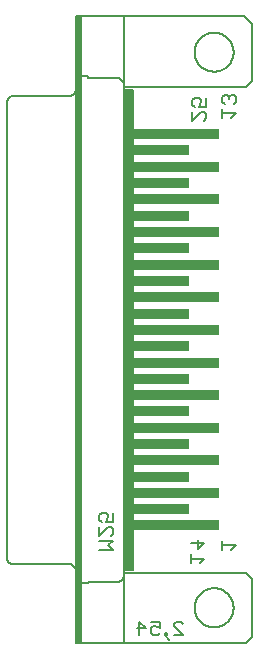
<source format=gbr>
G04 EAGLE Gerber RS-274X export*
G75*
%MOMM*%
%FSLAX34Y34*%
%LPD*%
%INSilkscreen Bottom*%
%IPPOS*%
%AMOC8*
5,1,8,0,0,1.08239X$1,22.5*%
G01*
%ADD10C,0.152400*%
%ADD11C,0.127000*%
%ADD12R,0.508000X53.086000*%
%ADD13R,0.762000X40.640000*%
%ADD14R,7.239000X0.812800*%
%ADD15R,4.699000X0.812800*%


D10*
X-55880Y929640D02*
X-55880Y927100D01*
X-55880Y929640D02*
X-55878Y929780D01*
X-55872Y929920D01*
X-55863Y930060D01*
X-55849Y930199D01*
X-55832Y930338D01*
X-55811Y930476D01*
X-55786Y930614D01*
X-55757Y930751D01*
X-55725Y930887D01*
X-55688Y931022D01*
X-55648Y931156D01*
X-55605Y931289D01*
X-55557Y931421D01*
X-55507Y931552D01*
X-55452Y931681D01*
X-55394Y931808D01*
X-55333Y931934D01*
X-55268Y932058D01*
X-55199Y932180D01*
X-55128Y932300D01*
X-55053Y932418D01*
X-54975Y932535D01*
X-54893Y932649D01*
X-54809Y932760D01*
X-54721Y932869D01*
X-54631Y932976D01*
X-54537Y933081D01*
X-54441Y933182D01*
X-54342Y933281D01*
X-54241Y933377D01*
X-54136Y933471D01*
X-54029Y933561D01*
X-53920Y933649D01*
X-53809Y933733D01*
X-53695Y933815D01*
X-53578Y933893D01*
X-53460Y933968D01*
X-53340Y934039D01*
X-53218Y934108D01*
X-53094Y934173D01*
X-52968Y934234D01*
X-52841Y934292D01*
X-52712Y934347D01*
X-52581Y934397D01*
X-52449Y934445D01*
X-52316Y934488D01*
X-52182Y934528D01*
X-52047Y934565D01*
X-51911Y934597D01*
X-51774Y934626D01*
X-51636Y934651D01*
X-51498Y934672D01*
X-51359Y934689D01*
X-51220Y934703D01*
X-51080Y934712D01*
X-50940Y934718D01*
X-50800Y934720D01*
X-55880Y543560D02*
X-55878Y543420D01*
X-55872Y543280D01*
X-55863Y543140D01*
X-55849Y543001D01*
X-55832Y542862D01*
X-55811Y542724D01*
X-55786Y542586D01*
X-55757Y542449D01*
X-55725Y542313D01*
X-55688Y542178D01*
X-55648Y542044D01*
X-55605Y541911D01*
X-55557Y541779D01*
X-55507Y541648D01*
X-55452Y541519D01*
X-55394Y541392D01*
X-55333Y541266D01*
X-55268Y541142D01*
X-55199Y541020D01*
X-55128Y540900D01*
X-55053Y540782D01*
X-54975Y540665D01*
X-54893Y540551D01*
X-54809Y540440D01*
X-54721Y540331D01*
X-54631Y540224D01*
X-54537Y540119D01*
X-54441Y540018D01*
X-54342Y539919D01*
X-54241Y539823D01*
X-54136Y539729D01*
X-54029Y539639D01*
X-53920Y539551D01*
X-53809Y539467D01*
X-53695Y539385D01*
X-53578Y539307D01*
X-53460Y539232D01*
X-53340Y539161D01*
X-53218Y539092D01*
X-53094Y539027D01*
X-52968Y538966D01*
X-52841Y538908D01*
X-52712Y538853D01*
X-52581Y538803D01*
X-52449Y538755D01*
X-52316Y538712D01*
X-52182Y538672D01*
X-52047Y538635D01*
X-51911Y538603D01*
X-51774Y538574D01*
X-51636Y538549D01*
X-51498Y538528D01*
X-51359Y538511D01*
X-51220Y538497D01*
X-51080Y538488D01*
X-50940Y538482D01*
X-50800Y538480D01*
X2540Y542290D02*
X2540Y930910D01*
X43180Y951230D02*
X43180Y1002030D01*
X12700Y1002030D01*
X43180Y1002030D02*
X44450Y1002030D01*
X12700Y1002030D02*
X7620Y1002030D01*
X2540Y1002030D01*
X2540Y471170D02*
X7620Y471170D01*
X12700Y471170D01*
X43180Y471170D01*
X44450Y471170D01*
X12700Y951230D02*
X7620Y951230D01*
X12700Y951230D02*
X12700Y949960D01*
X36830Y949960D02*
X36988Y949958D01*
X37147Y949952D01*
X37305Y949942D01*
X37462Y949928D01*
X37620Y949911D01*
X37776Y949889D01*
X37933Y949864D01*
X38088Y949834D01*
X38243Y949801D01*
X38397Y949764D01*
X38550Y949723D01*
X38702Y949678D01*
X38852Y949629D01*
X39002Y949577D01*
X39150Y949521D01*
X39297Y949461D01*
X39442Y949398D01*
X39585Y949331D01*
X39727Y949261D01*
X39867Y949187D01*
X40005Y949109D01*
X40141Y949028D01*
X40275Y948944D01*
X40407Y948857D01*
X40537Y948766D01*
X40664Y948672D01*
X40789Y948575D01*
X40912Y948474D01*
X41032Y948371D01*
X41149Y948265D01*
X41264Y948156D01*
X41376Y948044D01*
X41485Y947929D01*
X41591Y947812D01*
X41694Y947692D01*
X41795Y947569D01*
X41892Y947444D01*
X41986Y947317D01*
X42077Y947187D01*
X42164Y947055D01*
X42248Y946921D01*
X42329Y946785D01*
X42407Y946647D01*
X42481Y946507D01*
X42551Y946365D01*
X42618Y946222D01*
X42681Y946077D01*
X42741Y945930D01*
X42797Y945782D01*
X42849Y945632D01*
X42898Y945482D01*
X42943Y945330D01*
X42984Y945177D01*
X43021Y945023D01*
X43054Y944868D01*
X43084Y944713D01*
X43109Y944556D01*
X43131Y944400D01*
X43148Y944242D01*
X43162Y944085D01*
X43172Y943927D01*
X43178Y943768D01*
X43180Y943610D01*
X43180Y942340D02*
X43180Y951230D01*
X43180Y942340D02*
X43180Y939800D01*
X36830Y949960D02*
X12700Y949960D01*
X43180Y939800D02*
X50800Y939800D01*
X43180Y939800D02*
X43180Y533400D01*
X50800Y533400D02*
X50800Y939800D01*
X50800Y533400D02*
X43180Y533400D01*
X43180Y530860D01*
X43180Y521970D01*
X12700Y521970D02*
X7620Y521970D01*
X12700Y523240D02*
X36830Y523240D01*
X12700Y523240D02*
X12700Y521970D01*
X36830Y523240D02*
X36988Y523242D01*
X37147Y523248D01*
X37305Y523258D01*
X37462Y523272D01*
X37620Y523289D01*
X37776Y523311D01*
X37933Y523336D01*
X38088Y523366D01*
X38243Y523399D01*
X38397Y523436D01*
X38550Y523477D01*
X38702Y523522D01*
X38852Y523571D01*
X39002Y523623D01*
X39150Y523679D01*
X39297Y523739D01*
X39442Y523802D01*
X39585Y523869D01*
X39727Y523939D01*
X39867Y524013D01*
X40005Y524091D01*
X40141Y524172D01*
X40275Y524256D01*
X40407Y524343D01*
X40537Y524434D01*
X40664Y524528D01*
X40789Y524625D01*
X40912Y524726D01*
X41032Y524829D01*
X41149Y524935D01*
X41264Y525044D01*
X41376Y525156D01*
X41485Y525271D01*
X41591Y525388D01*
X41694Y525508D01*
X41795Y525631D01*
X41892Y525756D01*
X41986Y525883D01*
X42077Y526013D01*
X42164Y526145D01*
X42248Y526279D01*
X42329Y526415D01*
X42407Y526553D01*
X42481Y526693D01*
X42551Y526835D01*
X42618Y526978D01*
X42681Y527123D01*
X42741Y527270D01*
X42797Y527418D01*
X42849Y527568D01*
X42898Y527718D01*
X42943Y527870D01*
X42984Y528023D01*
X43021Y528177D01*
X43054Y528332D01*
X43084Y528487D01*
X43109Y528644D01*
X43131Y528800D01*
X43148Y528958D01*
X43162Y529115D01*
X43172Y529273D01*
X43178Y529432D01*
X43180Y529590D01*
X151130Y995680D02*
X144780Y1002030D01*
X44450Y1002030D01*
X151130Y995680D02*
X151130Y947420D01*
X146050Y942340D01*
X43180Y942340D01*
X43180Y530860D02*
X146050Y530860D01*
X151130Y525780D01*
X151130Y476250D01*
X146050Y471170D01*
X44450Y471170D01*
X43180Y471170D02*
X43180Y521970D01*
X2540Y542290D02*
X2540Y471170D01*
X-3810Y538480D02*
X-50800Y538480D01*
X-3810Y538480D02*
X-3652Y538478D01*
X-3493Y538472D01*
X-3335Y538462D01*
X-3178Y538448D01*
X-3020Y538431D01*
X-2864Y538409D01*
X-2707Y538384D01*
X-2552Y538354D01*
X-2397Y538321D01*
X-2243Y538284D01*
X-2090Y538243D01*
X-1938Y538198D01*
X-1788Y538149D01*
X-1638Y538097D01*
X-1490Y538041D01*
X-1343Y537981D01*
X-1198Y537918D01*
X-1055Y537851D01*
X-913Y537781D01*
X-773Y537707D01*
X-635Y537629D01*
X-499Y537548D01*
X-365Y537464D01*
X-233Y537377D01*
X-103Y537286D01*
X24Y537192D01*
X149Y537095D01*
X272Y536994D01*
X392Y536891D01*
X509Y536785D01*
X624Y536676D01*
X736Y536564D01*
X845Y536449D01*
X951Y536332D01*
X1054Y536212D01*
X1155Y536089D01*
X1252Y535964D01*
X1346Y535837D01*
X1437Y535707D01*
X1524Y535575D01*
X1608Y535441D01*
X1689Y535305D01*
X1767Y535167D01*
X1841Y535027D01*
X1911Y534885D01*
X1978Y534742D01*
X2041Y534597D01*
X2101Y534450D01*
X2157Y534302D01*
X2209Y534152D01*
X2258Y534002D01*
X2303Y533850D01*
X2344Y533697D01*
X2381Y533543D01*
X2414Y533388D01*
X2444Y533233D01*
X2469Y533076D01*
X2491Y532920D01*
X2508Y532762D01*
X2522Y532605D01*
X2532Y532447D01*
X2538Y532288D01*
X2540Y532130D01*
X2540Y930910D02*
X2540Y1002030D01*
X-3810Y934720D02*
X-50800Y934720D01*
X-3810Y934720D02*
X-3652Y934722D01*
X-3493Y934728D01*
X-3335Y934738D01*
X-3178Y934752D01*
X-3020Y934769D01*
X-2864Y934791D01*
X-2707Y934816D01*
X-2552Y934846D01*
X-2397Y934879D01*
X-2243Y934916D01*
X-2090Y934957D01*
X-1938Y935002D01*
X-1788Y935051D01*
X-1638Y935103D01*
X-1490Y935159D01*
X-1343Y935219D01*
X-1198Y935282D01*
X-1055Y935349D01*
X-913Y935419D01*
X-773Y935493D01*
X-635Y935571D01*
X-499Y935652D01*
X-365Y935736D01*
X-233Y935823D01*
X-103Y935914D01*
X24Y936008D01*
X149Y936105D01*
X272Y936206D01*
X392Y936309D01*
X509Y936415D01*
X624Y936524D01*
X736Y936636D01*
X845Y936751D01*
X951Y936868D01*
X1054Y936988D01*
X1155Y937111D01*
X1252Y937236D01*
X1346Y937363D01*
X1437Y937493D01*
X1524Y937625D01*
X1608Y937759D01*
X1689Y937895D01*
X1767Y938033D01*
X1841Y938173D01*
X1911Y938315D01*
X1978Y938458D01*
X2041Y938603D01*
X2101Y938750D01*
X2157Y938898D01*
X2209Y939048D01*
X2258Y939198D01*
X2303Y939350D01*
X2344Y939503D01*
X2381Y939657D01*
X2414Y939812D01*
X2444Y939967D01*
X2469Y940124D01*
X2491Y940280D01*
X2508Y940438D01*
X2522Y940595D01*
X2532Y940753D01*
X2538Y940912D01*
X2540Y941070D01*
X-55880Y546100D02*
X-55880Y543560D01*
X-55880Y546100D02*
X-55880Y927100D01*
X102870Y971804D02*
X102875Y972209D01*
X102890Y972614D01*
X102915Y973019D01*
X102950Y973422D01*
X102994Y973825D01*
X103049Y974227D01*
X103113Y974627D01*
X103187Y975025D01*
X103271Y975421D01*
X103365Y975816D01*
X103468Y976207D01*
X103581Y976597D01*
X103703Y976983D01*
X103835Y977366D01*
X103976Y977746D01*
X104127Y978122D01*
X104286Y978495D01*
X104455Y978863D01*
X104633Y979227D01*
X104819Y979587D01*
X105015Y979942D01*
X105219Y980292D01*
X105431Y980637D01*
X105652Y980976D01*
X105882Y981311D01*
X106119Y981639D01*
X106364Y981961D01*
X106618Y982278D01*
X106878Y982588D01*
X107147Y982891D01*
X107423Y983188D01*
X107706Y983478D01*
X107996Y983761D01*
X108293Y984037D01*
X108596Y984306D01*
X108906Y984566D01*
X109223Y984820D01*
X109545Y985065D01*
X109873Y985302D01*
X110208Y985532D01*
X110547Y985753D01*
X110892Y985965D01*
X111242Y986169D01*
X111597Y986365D01*
X111957Y986551D01*
X112321Y986729D01*
X112689Y986898D01*
X113062Y987057D01*
X113438Y987208D01*
X113818Y987349D01*
X114201Y987481D01*
X114587Y987603D01*
X114977Y987716D01*
X115368Y987819D01*
X115763Y987913D01*
X116159Y987997D01*
X116557Y988071D01*
X116957Y988135D01*
X117359Y988190D01*
X117762Y988234D01*
X118165Y988269D01*
X118570Y988294D01*
X118975Y988309D01*
X119380Y988314D01*
X119785Y988309D01*
X120190Y988294D01*
X120595Y988269D01*
X120998Y988234D01*
X121401Y988190D01*
X121803Y988135D01*
X122203Y988071D01*
X122601Y987997D01*
X122997Y987913D01*
X123392Y987819D01*
X123783Y987716D01*
X124173Y987603D01*
X124559Y987481D01*
X124942Y987349D01*
X125322Y987208D01*
X125698Y987057D01*
X126071Y986898D01*
X126439Y986729D01*
X126803Y986551D01*
X127163Y986365D01*
X127518Y986169D01*
X127868Y985965D01*
X128213Y985753D01*
X128552Y985532D01*
X128887Y985302D01*
X129215Y985065D01*
X129537Y984820D01*
X129854Y984566D01*
X130164Y984306D01*
X130467Y984037D01*
X130764Y983761D01*
X131054Y983478D01*
X131337Y983188D01*
X131613Y982891D01*
X131882Y982588D01*
X132142Y982278D01*
X132396Y981961D01*
X132641Y981639D01*
X132878Y981311D01*
X133108Y980976D01*
X133329Y980637D01*
X133541Y980292D01*
X133745Y979942D01*
X133941Y979587D01*
X134127Y979227D01*
X134305Y978863D01*
X134474Y978495D01*
X134633Y978122D01*
X134784Y977746D01*
X134925Y977366D01*
X135057Y976983D01*
X135179Y976597D01*
X135292Y976207D01*
X135395Y975816D01*
X135489Y975421D01*
X135573Y975025D01*
X135647Y974627D01*
X135711Y974227D01*
X135766Y973825D01*
X135810Y973422D01*
X135845Y973019D01*
X135870Y972614D01*
X135885Y972209D01*
X135890Y971804D01*
X135885Y971399D01*
X135870Y970994D01*
X135845Y970589D01*
X135810Y970186D01*
X135766Y969783D01*
X135711Y969381D01*
X135647Y968981D01*
X135573Y968583D01*
X135489Y968187D01*
X135395Y967792D01*
X135292Y967401D01*
X135179Y967011D01*
X135057Y966625D01*
X134925Y966242D01*
X134784Y965862D01*
X134633Y965486D01*
X134474Y965113D01*
X134305Y964745D01*
X134127Y964381D01*
X133941Y964021D01*
X133745Y963666D01*
X133541Y963316D01*
X133329Y962971D01*
X133108Y962632D01*
X132878Y962297D01*
X132641Y961969D01*
X132396Y961647D01*
X132142Y961330D01*
X131882Y961020D01*
X131613Y960717D01*
X131337Y960420D01*
X131054Y960130D01*
X130764Y959847D01*
X130467Y959571D01*
X130164Y959302D01*
X129854Y959042D01*
X129537Y958788D01*
X129215Y958543D01*
X128887Y958306D01*
X128552Y958076D01*
X128213Y957855D01*
X127868Y957643D01*
X127518Y957439D01*
X127163Y957243D01*
X126803Y957057D01*
X126439Y956879D01*
X126071Y956710D01*
X125698Y956551D01*
X125322Y956400D01*
X124942Y956259D01*
X124559Y956127D01*
X124173Y956005D01*
X123783Y955892D01*
X123392Y955789D01*
X122997Y955695D01*
X122601Y955611D01*
X122203Y955537D01*
X121803Y955473D01*
X121401Y955418D01*
X120998Y955374D01*
X120595Y955339D01*
X120190Y955314D01*
X119785Y955299D01*
X119380Y955294D01*
X118975Y955299D01*
X118570Y955314D01*
X118165Y955339D01*
X117762Y955374D01*
X117359Y955418D01*
X116957Y955473D01*
X116557Y955537D01*
X116159Y955611D01*
X115763Y955695D01*
X115368Y955789D01*
X114977Y955892D01*
X114587Y956005D01*
X114201Y956127D01*
X113818Y956259D01*
X113438Y956400D01*
X113062Y956551D01*
X112689Y956710D01*
X112321Y956879D01*
X111957Y957057D01*
X111597Y957243D01*
X111242Y957439D01*
X110892Y957643D01*
X110547Y957855D01*
X110208Y958076D01*
X109873Y958306D01*
X109545Y958543D01*
X109223Y958788D01*
X108906Y959042D01*
X108596Y959302D01*
X108293Y959571D01*
X107996Y959847D01*
X107706Y960130D01*
X107423Y960420D01*
X107147Y960717D01*
X106878Y961020D01*
X106618Y961330D01*
X106364Y961647D01*
X106119Y961969D01*
X105882Y962297D01*
X105652Y962632D01*
X105431Y962971D01*
X105219Y963316D01*
X105015Y963666D01*
X104819Y964021D01*
X104633Y964381D01*
X104455Y964745D01*
X104286Y965113D01*
X104127Y965486D01*
X103976Y965862D01*
X103835Y966242D01*
X103703Y966625D01*
X103581Y967011D01*
X103468Y967401D01*
X103365Y967792D01*
X103271Y968187D01*
X103187Y968583D01*
X103113Y968981D01*
X103049Y969381D01*
X102994Y969783D01*
X102950Y970186D01*
X102915Y970589D01*
X102890Y970994D01*
X102875Y971399D01*
X102870Y971804D01*
X102870Y501396D02*
X102875Y501801D01*
X102890Y502206D01*
X102915Y502611D01*
X102950Y503014D01*
X102994Y503417D01*
X103049Y503819D01*
X103113Y504219D01*
X103187Y504617D01*
X103271Y505013D01*
X103365Y505408D01*
X103468Y505799D01*
X103581Y506189D01*
X103703Y506575D01*
X103835Y506958D01*
X103976Y507338D01*
X104127Y507714D01*
X104286Y508087D01*
X104455Y508455D01*
X104633Y508819D01*
X104819Y509179D01*
X105015Y509534D01*
X105219Y509884D01*
X105431Y510229D01*
X105652Y510568D01*
X105882Y510903D01*
X106119Y511231D01*
X106364Y511553D01*
X106618Y511870D01*
X106878Y512180D01*
X107147Y512483D01*
X107423Y512780D01*
X107706Y513070D01*
X107996Y513353D01*
X108293Y513629D01*
X108596Y513898D01*
X108906Y514158D01*
X109223Y514412D01*
X109545Y514657D01*
X109873Y514894D01*
X110208Y515124D01*
X110547Y515345D01*
X110892Y515557D01*
X111242Y515761D01*
X111597Y515957D01*
X111957Y516143D01*
X112321Y516321D01*
X112689Y516490D01*
X113062Y516649D01*
X113438Y516800D01*
X113818Y516941D01*
X114201Y517073D01*
X114587Y517195D01*
X114977Y517308D01*
X115368Y517411D01*
X115763Y517505D01*
X116159Y517589D01*
X116557Y517663D01*
X116957Y517727D01*
X117359Y517782D01*
X117762Y517826D01*
X118165Y517861D01*
X118570Y517886D01*
X118975Y517901D01*
X119380Y517906D01*
X119785Y517901D01*
X120190Y517886D01*
X120595Y517861D01*
X120998Y517826D01*
X121401Y517782D01*
X121803Y517727D01*
X122203Y517663D01*
X122601Y517589D01*
X122997Y517505D01*
X123392Y517411D01*
X123783Y517308D01*
X124173Y517195D01*
X124559Y517073D01*
X124942Y516941D01*
X125322Y516800D01*
X125698Y516649D01*
X126071Y516490D01*
X126439Y516321D01*
X126803Y516143D01*
X127163Y515957D01*
X127518Y515761D01*
X127868Y515557D01*
X128213Y515345D01*
X128552Y515124D01*
X128887Y514894D01*
X129215Y514657D01*
X129537Y514412D01*
X129854Y514158D01*
X130164Y513898D01*
X130467Y513629D01*
X130764Y513353D01*
X131054Y513070D01*
X131337Y512780D01*
X131613Y512483D01*
X131882Y512180D01*
X132142Y511870D01*
X132396Y511553D01*
X132641Y511231D01*
X132878Y510903D01*
X133108Y510568D01*
X133329Y510229D01*
X133541Y509884D01*
X133745Y509534D01*
X133941Y509179D01*
X134127Y508819D01*
X134305Y508455D01*
X134474Y508087D01*
X134633Y507714D01*
X134784Y507338D01*
X134925Y506958D01*
X135057Y506575D01*
X135179Y506189D01*
X135292Y505799D01*
X135395Y505408D01*
X135489Y505013D01*
X135573Y504617D01*
X135647Y504219D01*
X135711Y503819D01*
X135766Y503417D01*
X135810Y503014D01*
X135845Y502611D01*
X135870Y502206D01*
X135885Y501801D01*
X135890Y501396D01*
X135885Y500991D01*
X135870Y500586D01*
X135845Y500181D01*
X135810Y499778D01*
X135766Y499375D01*
X135711Y498973D01*
X135647Y498573D01*
X135573Y498175D01*
X135489Y497779D01*
X135395Y497384D01*
X135292Y496993D01*
X135179Y496603D01*
X135057Y496217D01*
X134925Y495834D01*
X134784Y495454D01*
X134633Y495078D01*
X134474Y494705D01*
X134305Y494337D01*
X134127Y493973D01*
X133941Y493613D01*
X133745Y493258D01*
X133541Y492908D01*
X133329Y492563D01*
X133108Y492224D01*
X132878Y491889D01*
X132641Y491561D01*
X132396Y491239D01*
X132142Y490922D01*
X131882Y490612D01*
X131613Y490309D01*
X131337Y490012D01*
X131054Y489722D01*
X130764Y489439D01*
X130467Y489163D01*
X130164Y488894D01*
X129854Y488634D01*
X129537Y488380D01*
X129215Y488135D01*
X128887Y487898D01*
X128552Y487668D01*
X128213Y487447D01*
X127868Y487235D01*
X127518Y487031D01*
X127163Y486835D01*
X126803Y486649D01*
X126439Y486471D01*
X126071Y486302D01*
X125698Y486143D01*
X125322Y485992D01*
X124942Y485851D01*
X124559Y485719D01*
X124173Y485597D01*
X123783Y485484D01*
X123392Y485381D01*
X122997Y485287D01*
X122601Y485203D01*
X122203Y485129D01*
X121803Y485065D01*
X121401Y485010D01*
X120998Y484966D01*
X120595Y484931D01*
X120190Y484906D01*
X119785Y484891D01*
X119380Y484886D01*
X118975Y484891D01*
X118570Y484906D01*
X118165Y484931D01*
X117762Y484966D01*
X117359Y485010D01*
X116957Y485065D01*
X116557Y485129D01*
X116159Y485203D01*
X115763Y485287D01*
X115368Y485381D01*
X114977Y485484D01*
X114587Y485597D01*
X114201Y485719D01*
X113818Y485851D01*
X113438Y485992D01*
X113062Y486143D01*
X112689Y486302D01*
X112321Y486471D01*
X111957Y486649D01*
X111597Y486835D01*
X111242Y487031D01*
X110892Y487235D01*
X110547Y487447D01*
X110208Y487668D01*
X109873Y487898D01*
X109545Y488135D01*
X109223Y488380D01*
X108906Y488634D01*
X108596Y488894D01*
X108293Y489163D01*
X107996Y489439D01*
X107706Y489722D01*
X107423Y490012D01*
X107147Y490309D01*
X106878Y490612D01*
X106618Y490922D01*
X106364Y491239D01*
X106119Y491561D01*
X105882Y491889D01*
X105652Y492224D01*
X105431Y492563D01*
X105219Y492908D01*
X105015Y493258D01*
X104819Y493613D01*
X104633Y493973D01*
X104455Y494337D01*
X104286Y494705D01*
X104127Y495078D01*
X103976Y495454D01*
X103835Y495834D01*
X103703Y496217D01*
X103581Y496603D01*
X103468Y496993D01*
X103365Y497384D01*
X103271Y497779D01*
X103187Y498175D01*
X103113Y498573D01*
X103049Y498973D01*
X102994Y499375D01*
X102950Y499778D01*
X102915Y500181D01*
X102890Y500586D01*
X102875Y500991D01*
X102870Y501396D01*
D11*
X133992Y550545D02*
X137805Y554358D01*
X126365Y554358D01*
X126365Y550545D02*
X126365Y558172D01*
X133992Y916305D02*
X137805Y920118D01*
X126365Y920118D01*
X126365Y916305D02*
X126365Y923932D01*
X135898Y927999D02*
X137805Y929906D01*
X137805Y933719D01*
X135898Y935625D01*
X133992Y935625D01*
X132085Y933719D01*
X132085Y931812D01*
X132085Y933719D02*
X130178Y935625D01*
X128272Y935625D01*
X126365Y933719D01*
X126365Y929906D01*
X128272Y927999D01*
X111135Y542928D02*
X107322Y539115D01*
X111135Y542928D02*
X99695Y542928D01*
X99695Y539115D02*
X99695Y546742D01*
X99695Y556529D02*
X111135Y556529D01*
X105415Y550809D01*
X105415Y558435D01*
X100965Y913765D02*
X100965Y921392D01*
X100965Y913765D02*
X108592Y921392D01*
X110498Y921392D01*
X112405Y919485D01*
X112405Y915672D01*
X110498Y913765D01*
X112405Y925459D02*
X112405Y933085D01*
X112405Y925459D02*
X106685Y925459D01*
X108592Y929272D01*
X108592Y931179D01*
X106685Y933085D01*
X102872Y933085D01*
X100965Y931179D01*
X100965Y927366D01*
X102872Y925459D01*
X93043Y478155D02*
X85416Y478155D01*
X93043Y478155D02*
X85416Y485782D01*
X85416Y487688D01*
X87323Y489595D01*
X91136Y489595D01*
X93043Y487688D01*
X81349Y474342D02*
X77536Y478155D01*
X77536Y480062D01*
X79442Y480062D01*
X79442Y478155D01*
X77536Y478155D01*
X73553Y489595D02*
X65927Y489595D01*
X73553Y489595D02*
X73553Y483875D01*
X69740Y485782D01*
X67833Y485782D01*
X65927Y483875D01*
X65927Y480062D01*
X67833Y478155D01*
X71646Y478155D01*
X73553Y480062D01*
X56139Y478155D02*
X56139Y489595D01*
X61859Y483875D01*
X54233Y483875D01*
X33665Y550545D02*
X22225Y550545D01*
X29852Y554358D02*
X33665Y550545D01*
X29852Y554358D02*
X33665Y558172D01*
X22225Y558172D01*
X22225Y562239D02*
X22225Y569865D01*
X22225Y562239D02*
X29852Y569865D01*
X31758Y569865D01*
X33665Y567959D01*
X33665Y564146D01*
X31758Y562239D01*
X33665Y573933D02*
X33665Y581559D01*
X33665Y573933D02*
X27945Y573933D01*
X29852Y577746D01*
X29852Y579653D01*
X27945Y581559D01*
X24132Y581559D01*
X22225Y579653D01*
X22225Y575840D01*
X24132Y573933D01*
D12*
X5080Y736600D03*
D13*
X46990Y736600D03*
D14*
X86995Y570992D03*
D15*
X74295Y584708D03*
D14*
X86995Y598678D03*
D15*
X74295Y612394D03*
D14*
X86995Y626110D03*
D15*
X74295Y640080D03*
D14*
X86995Y653796D03*
D15*
X74295Y667512D03*
D14*
X86995Y681482D03*
D15*
X74295Y695198D03*
D14*
X86995Y708914D03*
D15*
X74295Y722884D03*
D14*
X86995Y736600D03*
D15*
X74295Y750316D03*
D14*
X86995Y764286D03*
D15*
X74295Y778002D03*
D14*
X86995Y791718D03*
D15*
X74295Y805688D03*
D14*
X86995Y819404D03*
D15*
X74295Y833120D03*
D14*
X86995Y847090D03*
D15*
X74295Y860806D03*
D14*
X86995Y874522D03*
D15*
X74295Y888492D03*
D14*
X86995Y902208D03*
M02*

</source>
